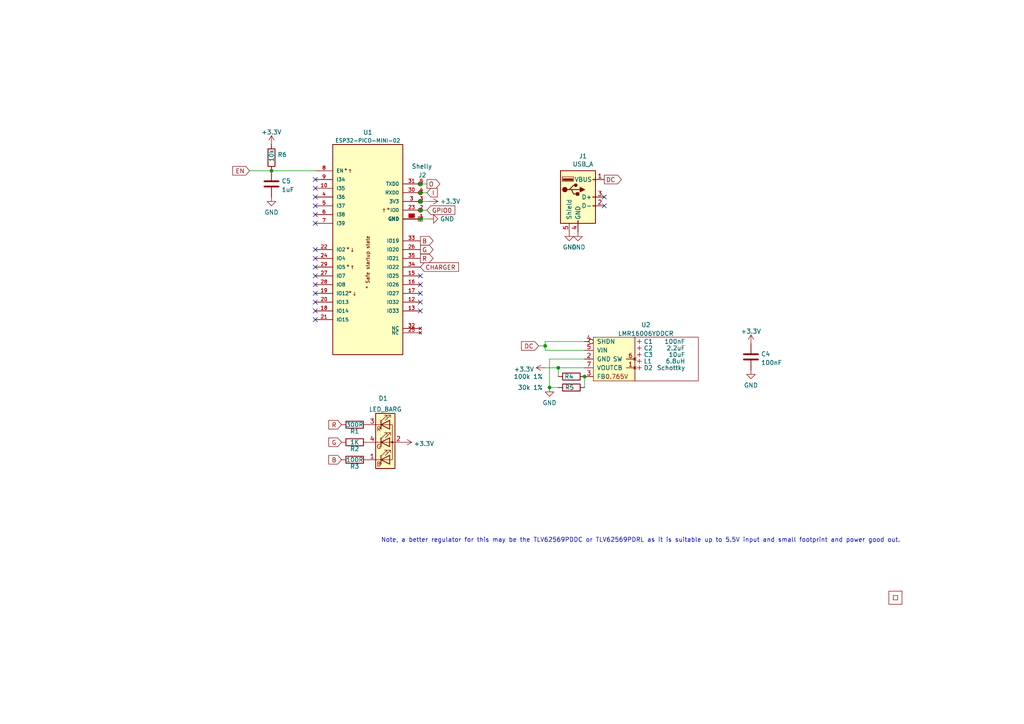
<source format=kicad_sch>
(kicad_sch (version 20230121) (generator eeschema)
  (paper "A4")
  (title_block (title "Generic ESP32 USB-A") (date "${DATE}") (rev "1") (comment 1 "@TheRealRevK") (comment 2 "www.me.uk"))
  (lib_symbols
    (symbol "Connector:USB_A" (pin_names (offset 1.016))
      (property "Reference" "J" (at -5.08 11.43 0))
      (property "Value" "USB_A" (at -5.08 8.89 0))
      (symbol "USB_A_0_1"
        (rectangle (start -5.08 -7.62) (end 5.08 7.62) (stroke (width 0.254)) (fill (type background)))
        (circle (center -3.81 2.159) (radius 0.635) (stroke (width 0.254)) (fill (type outline)))
        (rectangle (start -1.524 4.826) (end -4.318 5.334) (fill (type outline)))
        (rectangle (start -1.27 4.572) (end -4.572 5.842))
        (circle (center -0.635 3.429) (radius 0.381) (stroke (width 0.254)) (fill (type outline)))
        (rectangle (start -0.127 -7.62) (end 0.127 -6.858))
        (polyline (pts (xy -3.175 2.159) (xy -2.54 2.159) (xy -1.27 3.429) (xy -0.635 3.429)) (stroke (width 0.254)))
        (polyline (pts (xy -2.54 2.159) (xy -1.905 2.159) (xy -1.27 0.889) (xy 0 0.889)) (stroke (width 0.254)))
        (polyline (pts (xy 0.635 2.794) (xy 0.635 1.524) (xy 1.905 2.159) (xy 0.635 2.794)) (stroke (width 0.254)) (fill (type outline)))
        (rectangle (start 0.254 1.27) (end -0.508 0.508) (stroke (width 0.254)) (fill (type outline)))
        (rectangle (start 5.08 -2.667) (end 4.318 -2.413))
        (rectangle (start 5.08 -0.127) (end 4.318 0.127))
        (rectangle (start 5.08 4.953) (end 4.318 5.207))
      )
      (symbol "USB_A_1_1"
        (polyline (pts (xy -1.905 2.159) (xy 0.635 2.159)) (stroke (width 0.254)))
        (pin power_in line (at 7.62 5.08 180) (length 2.54) (name "VBUS") (number "1"))
        (pin bidirectional line (at 7.62 -2.54 180) (length 2.54) (name "D-") (number "2"))
        (pin bidirectional line (at 7.62 0 180) (length 2.54) (name "D+") (number "3"))
        (pin power_in line (at 0 -10.16 90) (length 2.54) (name "GND") (number "4"))
        (pin passive line (at -2.54 -10.16 90) (length 2.54) (name "Shield") (number "5"))
      )
    )
    (symbol "Device:C" (pin_numbers hide) (pin_names (offset 0.254))
      (property "Reference" "C" (at 0.635 2.54 0))
      (property "Value" "C" (at 0.635 -2.54 0))
      (symbol "C_0_1"
        (polyline (pts (xy -2.032 -0.762) (xy 2.032 -0.762)) (stroke (width 0.508)))
        (polyline (pts (xy -2.032 0.762) (xy 2.032 0.762)) (stroke (width 0.508)))
      )
      (symbol "C_1_1"
        (pin passive line (at 0 3.81 270) (length 2.794) (name "~") (number "1"))
        (pin passive line (at 0 -3.81 90) (length 2.794) (name "~") (number "2"))
      )
    )
    (symbol "Device:LED_BARG" (pin_names (offset 0) hide)
      (property "Reference" "D" (at 0 9.398 0))
      (property "Value" "LED_BARG" (at 0 -8.89 0))
      (symbol "LED_BARG_0_0"
        (text "B" (at -1.905 -6.35 0) (effects (font (size 1.27 1.27))))
        (text "G" (at -1.905 -1.27 0) (effects (font (size 1.27 1.27))))
        (text "R" (at -1.905 3.81 0) (effects (font (size 1.27 1.27))))
      )
      (symbol "LED_BARG_0_1"
        (polyline (pts (xy -1.27 -5.08) (xy -2.54 -5.08)))
        (polyline (pts (xy -1.27 -5.08) (xy 1.27 -5.08)))
        (polyline (pts (xy -1.27 -3.81) (xy -1.27 -6.35)) (stroke (width 0.254)))
        (polyline (pts (xy -1.27 0) (xy -2.54 0)))
        (polyline (pts (xy -1.27 1.27) (xy -1.27 -1.27)) (stroke (width 0.254)))
        (polyline (pts (xy -1.27 5.08) (xy -2.54 5.08)))
        (polyline (pts (xy -1.27 5.08) (xy 1.27 5.08)))
        (polyline (pts (xy -1.27 6.35) (xy -1.27 3.81)) (stroke (width 0.254)))
        (polyline (pts (xy 1.27 0) (xy -1.27 0)))
        (polyline (pts (xy 1.27 0) (xy 2.54 0)))
        (polyline (pts (xy -1.27 1.27) (xy -1.27 -1.27) (xy -1.27 -1.27)))
        (polyline (pts (xy -1.27 6.35) (xy -1.27 3.81) (xy -1.27 3.81)))
        (polyline (pts (xy 1.27 -5.08) (xy 2.032 -5.08) (xy 2.032 5.08) (xy 1.27 5.08)))
        (polyline (pts (xy 1.27 -3.81) (xy 1.27 -6.35) (xy -1.27 -5.08) (xy 1.27 -3.81)) (stroke (width 0.254)))
        (polyline (pts (xy 1.27 1.27) (xy 1.27 -1.27) (xy -1.27 0) (xy 1.27 1.27)) (stroke (width 0.254)))
        (polyline (pts (xy 1.27 6.35) (xy 1.27 3.81) (xy -1.27 5.08) (xy 1.27 6.35)) (stroke (width 0.254)))
        (polyline (pts (xy -1.016 -3.81) (xy 0.508 -2.286) (xy -0.254 -2.286) (xy 0.508 -2.286) (xy 0.508 -3.048)))
        (polyline (pts (xy -1.016 1.27) (xy 0.508 2.794) (xy -0.254 2.794) (xy 0.508 2.794) (xy 0.508 2.032)))
        (polyline (pts (xy -1.016 6.35) (xy 0.508 7.874) (xy -0.254 7.874) (xy 0.508 7.874) (xy 0.508 7.112)))
        (polyline (pts (xy 0 -3.81) (xy 1.524 -2.286) (xy 0.762 -2.286) (xy 1.524 -2.286) (xy 1.524 -3.048)))
        (polyline (pts (xy 0 1.27) (xy 1.524 2.794) (xy 0.762 2.794) (xy 1.524 2.794) (xy 1.524 2.032)))
        (polyline (pts (xy 0 6.35) (xy 1.524 7.874) (xy 0.762 7.874) (xy 1.524 7.874) (xy 1.524 7.112)))
        (rectangle (start 1.27 -1.27) (end 1.27 1.27))
        (rectangle (start 1.27 1.27) (end 1.27 1.27))
        (rectangle (start 1.27 3.81) (end 1.27 6.35))
        (rectangle (start 1.27 6.35) (end 1.27 6.35))
        (circle (center 2.032 0) (radius 0.254) (fill (type outline)))
        (rectangle (start 2.794 8.382) (end -2.794 -7.62) (stroke (width 0.254)) (fill (type background)))
      )
      (symbol "LED_BARG_1_1"
        (pin passive line (at -5.08 -5.08 0) (length 2.54) (name "BK") (number "1"))
        (pin passive line (at 5.08 0 180) (length 2.54) (name "A") (number "2"))
        (pin passive line (at -5.08 5.08 0) (length 2.54) (name "RK") (number "3"))
        (pin passive line (at -5.08 0 0) (length 2.54) (name "GK") (number "4"))
      )
    )
    (symbol "Device:R" (pin_numbers hide) (pin_names (offset 0))
      (property "Reference" "R" (at 2.032 0 90))
      (property "Value" "R" (at 0 0 90))
      (symbol "R_0_1"
        (rectangle (start -1.016 -2.54) (end 1.016 2.54) (stroke (width 0.254)))
      )
      (symbol "R_1_1"
        (pin passive line (at 0 3.81 270) (length 1.27) (name "~") (number "1"))
        (pin passive line (at 0 -3.81 90) (length 1.27) (name "~") (number "2"))
      )
    )
    (symbol "GND_5" (power) (pin_names (offset 0))
      (property "Value" "GND_5" (at 0 -3.81 0))
      (symbol "GND_5_0_1"
        (polyline (pts (xy 0 0) (xy 0 -1.27) (xy 1.27 -1.27) (xy 0 -2.54) (xy -1.27 -1.27) (xy 0 -1.27)))
      )
      (symbol "GND_5_1_1"
        (pin power_in line (at 0 0 270) (length 0) hide (name "GND") (number "1"))
      )
    )
    (symbol "RevK:ESP32-PICO-MINI-02" (pin_names (offset 1.016))
      (property "Reference" "U" (at -10.16 -33.02 0))
      (property "Value" "ESP32-PICO-MINI-02" (at 0 27.94 0))
      (symbol "ESP32-PICO-MINI-02_0_0"
        (rectangle (start -10.16 -30.48) (end 10.16 30.48) (stroke (width 0.254)) (fill (type background)))
        (text "* Safe startup state" (at 0 -11.43 900) (effects (font (size 1 1)) (justify left)))
        (text "*↑" (at -6.985 22.86 0) (effects (font (size 1.27 1.27)) (justify left)))
        (text "*↑" (at -6.35 -5.08 0) (effects (font (size 1.27 1.27)) (justify left)))
        (text "*↓" (at -6.35 0 0) (effects (font (size 1.27 1.27)) (justify left)))
        (text "*↓" (at -5.715 -12.7 0) (effects (font (size 1.27 1.27)) (justify left)))
        (text "↑*" (at 3.81 11.43 0) (effects (font (size 1.27 1.27)) (justify left)))
        (pin power_in line (at 15.24 8.89 180) (length 5.08) (name "GND") (number "1"))
        (pin input line (at -15.24 17.78 0) (length 5.08) (name "I35") (number "10"))
        (pin power_in line (at 15.24 8.89 180) (length 5.08) (name "GND") (number "11"))
        (pin bidirectional line (at 15.24 -15.24 180) (length 5.08) (name "IO32") (number "12"))
        (pin bidirectional line (at 15.24 -17.78 180) (length 5.08) (name "IO33") (number "13"))
        (pin power_in line (at 15.24 8.89 180) (length 5.08) (name "GND") (number "14"))
        (pin bidirectional line (at 15.24 -7.62 180) (length 5.08) (name "IO25") (number "15"))
        (pin bidirectional line (at 15.24 -10.16 180) (length 5.08) (name "IO26") (number "16"))
        (pin bidirectional line (at 15.24 -12.7 180) (length 5.08) (name "IO27") (number "17"))
        (pin bidirectional line (at -15.24 -17.78 0) (length 5.08) (name "IO14") (number "18"))
        (pin bidirectional line (at -15.24 -12.7 0) (length 5.08) (name "IO12") (number "19"))
        (pin power_in line (at 15.24 8.89 180) (length 5.08) (name "GND") (number "2"))
        (pin bidirectional line (at -15.24 -15.24 0) (length 5.08) (name "IO13") (number "20"))
        (pin bidirectional line (at -15.24 -20.32 0) (length 5.08) (name "IO15") (number "21"))
        (pin bidirectional line (at -15.24 0 0) (length 5.08) (name "IO2") (number "22"))
        (pin bidirectional line (at 15.24 11.43 180) (length 5.08) (name "IO0") (number "23"))
        (pin bidirectional line (at -15.24 -2.54 0) (length 5.08) (name "IO4") (number "24"))
        (pin no_connect line (at 15.24 -24.13 180) (length 5.08) (name "NC") (number "25"))
        (pin bidirectional line (at 15.24 0 180) (length 5.08) (name "IO20") (number "26"))
        (pin bidirectional line (at -15.24 -7.62 0) (length 5.08) (name "IO7") (number "27"))
        (pin bidirectional line (at -15.24 -10.16 0) (length 5.08) (name "IO8") (number "28"))
        (pin bidirectional line (at -15.24 -5.08 0) (length 5.08) (name "IO5") (number "29"))
        (pin power_in line (at 15.24 13.97 180) (length 5.08) (name "3V3") (number "3"))
        (pin bidirectional line (at 15.24 16.51 180) (length 5.08) (name "RXD0") (number "30"))
        (pin bidirectional line (at 15.24 19.05 180) (length 5.08) (name "TXD0") (number "31"))
        (pin no_connect line (at 15.24 -22.86 180) (length 5.08) (name "NC") (number "32"))
        (pin bidirectional line (at 15.24 2.54 180) (length 5.08) (name "IO19") (number "33"))
        (pin bidirectional line (at 15.24 -5.08 180) (length 5.08) (name "IO22") (number "34"))
        (pin bidirectional line (at 15.24 -2.54 180) (length 5.08) (name "IO21") (number "35"))
        (pin power_in line (at 15.24 8.89 180) (length 5.08) (name "GND") (number "36"))
        (pin power_in line (at 15.24 8.89 180) (length 5.08) (name "GND") (number "37"))
        (pin power_in line (at 15.24 8.89 180) (length 5.08) (name "GND") (number "38"))
        (pin power_in line (at 15.24 8.89 180) (length 5.08) (name "GND") (number "39"))
        (pin input line (at -15.24 15.24 0) (length 5.08) (name "I36") (number "4"))
        (pin power_in line (at 15.24 8.89 180) (length 5.08) (name "GND") (number "40"))
        (pin power_in line (at 15.24 8.89 180) (length 5.08) (name "GND") (number "41"))
        (pin power_in line (at 15.24 8.89 180) (length 5.08) (name "GND") (number "42"))
        (pin power_in line (at 15.24 8.89 180) (length 5.08) (name "GND") (number "43"))
        (pin power_in line (at 15.24 8.89 180) (length 5.08) (name "GND") (number "44"))
        (pin power_in line (at 15.24 8.89 180) (length 5.08) (name "GND") (number "45"))
        (pin power_in line (at 15.24 8.89 180) (length 5.08) (name "GND") (number "46"))
        (pin power_in line (at 15.24 8.89 180) (length 5.08) (name "GND") (number "47"))
        (pin power_in line (at 15.24 8.89 180) (length 5.08) (name "GND") (number "48"))
        (pin power_in line (at 15.24 8.89 180) (length 5.08) (name "GND") (number "49"))
        (pin input line (at -15.24 12.7 0) (length 5.08) (name "I37") (number "5"))
        (pin power_in line (at 15.24 8.89 180) (length 5.08) (name "GND") (number "50"))
        (pin power_in line (at 15.24 8.89 180) (length 5.08) (name "GND") (number "51"))
        (pin power_in line (at 15.24 8.89 180) (length 5.08) (name "GND") (number "52"))
        (pin power_in line (at 15.24 8.89 180) (length 5.08) (name "GND") (number "53"))
        (pin input line (at -15.24 10.16 0) (length 5.08) (name "I38") (number "6"))
        (pin input line (at -15.24 7.62 0) (length 5.08) (name "I39") (number "7"))
        (pin input line (at -15.24 22.86 0) (length 5.08) (name "EN") (number "8"))
        (pin input line (at -15.24 20.32 0) (length 5.08) (name "I34") (number "9"))
      )
    )
    (symbol "RevK:Hidden" (pin_names (offset 1.016))
      (property "Reference" "Z" (at 0.635 0 0))
      (property "Value" "Hidden" (at 4.445 0 0))
      (symbol "Hidden_0_1"
        (polyline (pts (xy -0.635 0) (xy 0.635 0)) (stroke (width 0.1524)))
        (polyline (pts (xy 0 0.635) (xy 0 -0.635)) (stroke (width 0.1524)))
      )
      (symbol "Hidden_1_1"
        (pin no_connect non_logic (at 0 -2.54 90) (length 2.54) hide (name "~") (number "~"))
      )
    )
    (symbol "RevK:LMR16006XDDCR" (pin_names (offset 1.016))
      (property "Reference" "U" (at 11.43 2.54 0))
      (property "Value" "LMR16006XDDCR" (at 7.62 -12.7 0))
      (symbol "LMR16006XDDCR_0_0"
        (rectangle (start 2.54 1.27) (end 14.605 -11.43) (fill (type background)))
        (text "0.765V" (at 12.7 -10.16 0) (effects (font (size 1.27 1.27)) (justify right)))
      )
      (symbol "LMR16006XDDCR_0_1"
        (rectangle (start 14.605 1.27) (end 33.02 -11.43))
      )
      (symbol "LMR16006XDDCR_1_1"
        (pin no_connect line (at 14.605 -7.62 180) (length 2.54) (name "CB") (number "1"))
        (pin power_in line (at 0 -5.08 0) (length 2.54) (name "GND") (number "2"))
        (pin passive line (at 0 -10.16 0) (length 2.54) (name "FB") (number "3"))
        (pin input inverted (at 0 0 0) (length 2.54) (name "SHDN") (number "4"))
        (pin power_in line (at 0 -2.54 0) (length 2.54) (name "VIN") (number "5"))
        (pin no_connect line (at 14.605 -5.08 180) (length 2.54) (name "SW") (number "6"))
        (pin power_out line (at 0 -7.62 0) (length 2.54) (name "VOUT") (number "7"))
      )
    )
    (symbol "RevK:QR" (pin_names (offset 1.016)) (in_bom no)
      (symbol "QR_0_1"
        (rectangle (start -1.905 -1.905) (end -1.905 1.905))
        (rectangle (start -1.905 1.905) (end 1.905 1.905))
        (rectangle (start -0.635 -0.635) (end -0.635 0.635))
        (rectangle (start -0.635 0.635) (end 0.635 0.635))
        (rectangle (start 0.635 -0.635) (end -0.635 -0.635))
        (rectangle (start 0.635 0.635) (end 0.635 -0.635))
        (rectangle (start 1.905 -1.905) (end -1.905 -1.905))
        (rectangle (start 1.905 1.905) (end 1.905 -1.905))
      )
    )
    (symbol "RevK:Shelly" (in_bom no)
      (property "Reference" "J" (at 2.54 -8.255 0))
      (property "Value" "Shelly" (at 2.54 9.525 0))
      (symbol "Shelly_0_1"
        (circle (center 0 -2.54) (radius 0.635) (stroke (width 0.1524)))
        (circle (center 0 0) (radius 0.635) (stroke (width 0.1524)))
        (circle (center 0 2.54) (radius 0.635) (stroke (width 0.1524)))
        (circle (center 0 5.08) (radius 0.635) (stroke (width 0.1524)))
        (rectangle (start 0.635 -5.715) (end -0.635 -4.445) (stroke (width 0.1524)))
      )
      (symbol "Shelly_1_1"
        (pin passive line (at 0 -5.08 0) (length 0.64) (name "GND") (number "1"))
        (pin passive line (at 0 -2.54 0) (length 0.64) (name "0") (number "2"))
        (pin passive line (at 0 0 0) (length 0.64) (name "3V3") (number "3"))
        (pin passive line (at 0 2.54 0) (length 0.64) (name "Rx") (number "4"))
        (pin passive line (at 0 5.08 0) (length 0.64) (name "Tx") (number "5"))
      )
    )
    (symbol "power:+3.3V" (power) (pin_names (offset 0))
      (property "Value" "+3.3V" (at 0 3.556 0))
      (symbol "+3.3V_0_1"
        (polyline (pts (xy -0.762 1.27) (xy 0 2.54)))
        (polyline (pts (xy 0 0) (xy 0 2.54)))
        (polyline (pts (xy 0 2.54) (xy 0.762 1.27)))
      )
      (symbol "+3.3V_1_1"
        (pin power_in line (at 0 0 90) (length 0) hide (name "+3.3V") (number "1"))
      )
    )
    (symbol "power:GND" (power) (pin_names (offset 0))
      (property "Value" "GND" (at 0 -3.81 0))
      (symbol "GND_0_1"
        (polyline (pts (xy 0 0) (xy 0 -1.27) (xy 1.27 -1.27) (xy 0 -2.54) (xy -1.27 -1.27) (xy 0 -1.27)))
      )
      (symbol "GND_1_1"
        (pin power_in line (at 0 0 270) (length 0) hide (name "GND") (number "1"))
      )
    )
  )
  (junction (at 161.925 106.68))
  (junction (at 121.92 58.42))
  (junction (at 78.74 49.53))
  (junction (at 121.92 53.34))
  (junction (at 158.115 100.33))
  (junction (at 169.545 109.22))
  (junction (at 121.92 60.96))
  (junction (at 121.92 55.88))
  (junction (at 159.385 112.395))
  (junction (at 121.92 63.5))
  (no_connect (at 121.92 80.01))
  (no_connect (at 91.44 90.17))
  (no_connect (at 175.26 57.15))
  (no_connect (at 91.44 87.63))
  (no_connect (at 91.44 92.71))
  (no_connect (at 91.44 77.47))
  (no_connect (at 91.44 74.93))
  (no_connect (at 121.92 87.63))
  (no_connect (at 91.44 82.55))
  (no_connect (at 91.44 52.07))
  (no_connect (at 91.44 59.69))
  (no_connect (at 91.44 62.23))
  (no_connect (at 91.44 64.77))
  (no_connect (at 91.44 80.01))
  (no_connect (at 121.92 85.09))
  (no_connect (at 121.92 82.55))
  (no_connect (at 121.92 90.17))
  (no_connect (at 91.44 54.61))
  (no_connect (at 91.44 85.09))
  (no_connect (at 91.44 57.15))
  (no_connect (at 175.26 59.69))
  (no_connect (at 91.44 72.39))
  (wire (pts (xy 121.92 60.96) (xy 123.825 60.96)))
  (wire (pts (xy 156.21 100.33) (xy 158.115 100.33)))
  (wire (pts (xy 121.92 63.5) (xy 124.46 63.5)))
  (wire (pts (xy 161.925 112.395) (xy 159.385 112.395)))
  (wire (pts (xy 158.115 100.33) (xy 158.115 101.6)))
  (wire (pts (xy 159.385 112.395) (xy 159.385 104.14)))
  (wire (pts (xy 121.92 58.42) (xy 124.46 58.42)))
  (wire (pts (xy 169.545 109.22) (xy 169.545 112.395)))
  (wire (pts (xy 78.74 49.53) (xy 91.44 49.53)))
  (wire (pts (xy 72.39 49.53) (xy 78.74 49.53)))
  (wire (pts (xy 158.115 106.68) (xy 161.925 106.68)))
  (wire (pts (xy 158.115 101.6) (xy 169.545 101.6)))
  (wire (pts (xy 159.385 104.14) (xy 169.545 104.14)))
  (wire (pts (xy 158.115 99.06) (xy 169.545 99.06)))
  (wire (pts (xy 158.115 99.06) (xy 158.115 100.33)))
  (wire (pts (xy 121.92 53.34) (xy 123.825 53.34)))
  (wire (pts (xy 121.92 55.88) (xy 123.825 55.88)))
  (wire (pts (xy 161.925 106.68) (xy 169.545 106.68)))
  (wire (pts (xy 161.925 109.22) (xy 161.925 106.68)))
  (text "Note, a better regulator for this may be the TLV62569PDDC or TLV62569PDRL as it is suitable up to 5.5V input and small footprint and power good out." (at 110.49 157.48 0) (effects (font (size 1.27 1.27)) (justify left bottom)))
  (global_label "G" (shape input) (at 99.06 128.27 180) (property "Intersheetrefs" "${INTERSHEET_REFS}" (effects hide)))
  (global_label "G" (shape output) (at 121.92 72.39 0) (property "Intersheetrefs" "${INTERSHEET_REFS}" (effects hide)))
  (global_label "EN" (shape input) (at 72.39 49.53 180) (property "Intersheetrefs" "${INTERSHEET_REFS}" (effects hide)))
  (global_label "R" (shape output) (at 121.92 74.93 0) (property "Intersheetrefs" "${INTERSHEET_REFS}" (effects hide)))
  (global_label "R" (shape input) (at 99.06 123.19 180) (property "Intersheetrefs" "${INTERSHEET_REFS}" (effects hide)))
  (global_label "CHARGER" (shape input) (at 121.92 77.47 0) (property "Intersheetrefs" "${INTERSHEET_REFS}" (effects hide)))
  (global_label "O" (shape output) (at 123.825 53.34 0) (property "Intersheetrefs" "${INTERSHEET_REFS}" (effects hide)))
  (global_label "GPIO0" (shape input) (at 123.825 60.96 0) (property "Intersheetrefs" "${INTERSHEET_REFS}" (effects hide)))
  (global_label "DC" (shape output) (at 175.26 52.07 0) (property "Intersheetrefs" "${INTERSHEET_REFS}" (effects hide)))
  (global_label "B" (shape input) (at 99.06 133.35 180) (property "Intersheetrefs" "${INTERSHEET_REFS}" (effects hide)))
  (global_label "DC" (shape input) (at 156.21 100.33 180) (property "Intersheetrefs" "${INTERSHEET_REFS}" (effects hide)))
  (global_label "B" (shape output) (at 121.92 69.85 0) (property "Intersheetrefs" "${INTERSHEET_REFS}" (effects hide)))
  (global_label "I" (shape input) (at 123.825 55.88 0) (property "Intersheetrefs" "${INTERSHEET_REFS}" (effects hide)))
  (symbol (lib_id "Connector:USB_A") (at 167.64 57.15 0) (unit 1) (in_bom no)
    (property "Reference" "J1" (at 169.0878 45.2882 0))
    (property "Value" "USB_A" (at 169.0878 47.5996 0))
    (property "Footprint" "RevK:USB-A-PCB" (effects hide))
    (property "Datasheet" " ~" (effects hide))
  )
  (symbol (lib_id "power:GND") (at 165.1 67.31 0) (unit 1)
    (property "Reference" "#PWR06" (effects hide))
    (property "Value" "GND" (at 165.227 71.7042 0))
  )
  (symbol (lib_id "power:GND") (at 167.64 67.31 0) (unit 1)
    (property "Reference" "#PWR07" (effects hide))
    (property "Value" "GND" (at 167.767 71.7042 0))
  )
  (symbol (lib_id "RevK:QR") (at 259.715 173.355 0) (unit 1) (in_bom no)
    (property "Reference" "U4" (effects hide))
    (property "Value" "QR" (effects hide))
    (property "Footprint" "RevK:QR-GENERIC" (effects hide))
    (property "Note" "Non part, PCB printed" (effects hide))
  )
  (symbol (lib_id "Device:LED_BARG") (at 111.76 128.27 0) (unit 1)
    (property "Reference" "D1" (at 111.125 115.5532 0))
    (property "Value" "LED_BARG" (at 111.76 118.7251 0))
    (property "Footprint" "RevK:MHS190RGBCT" (effects hide))
    (property "LCSC Part #" "C409798" (effects hide))
  )
  (symbol (lib_id "power:+3.3V") (at 158.115 106.68 90) (unit 1)
    (property "Reference" "#PWR0107" (effects hide))
    (property "Value" "+3.3V" (at 154.94 107.1138 90) (effects (justify left)))
  )
  (symbol (lib_id "power:+3.3V") (at 217.805 99.695 0) (unit 1)
    (property "Reference" "#PWR0106" (effects hide))
    (property "Value" "+3.3V" (at 217.805 96.1192 0))
  )
  (symbol (lib_id "power:+3.3V") (at 116.84 128.27 270) (unit 1)
    (property "Reference" "#PWR0108" (effects hide))
    (property "Value" "+3.3V" (at 120.015 128.7038 90) (effects (justify left)))
  )
  (symbol (lib_id "Device:R") (at 102.87 133.35 270) (unit 1)
    (property "Reference" "R3" (at 102.87 135.255 90))
    (property "Value" "100R" (at 102.87 133.35 90))
    (property "Footprint" "RevK:R_0603" (effects hide))
    (property "Part No" "0603-220R" (effects hide))
  )
  (symbol (lib_id "RevK:Hidden") (at 185.42 102.87 0) (unit 1)
    (property "Reference" "C3" (at 186.69 102.87 0) (effects (justify left)))
    (property "Value" "10uF" (at 198.755 102.87 0) (effects (justify right)))
    (property "Footprint" "RevK:C_0805_" (effects hide))
    (property "LCSC Part #" "C17024" (effects hide))
  )
  (symbol (lib_id "RevK:Hidden") (at 185.42 100.965 0) (unit 1)
    (property "Reference" "C2" (at 186.69 100.965 0) (effects (justify left)))
    (property "Value" "2.2uF" (at 198.755 100.965 0) (effects (justify right)))
    (property "Footprint" "RevK:C_0805_" (effects hide))
    (property "LCSC Part #" "C19110" (effects hide))
  )
  (symbol (lib_id "Device:R") (at 78.74 45.72 0) (unit 1)
    (property "Reference" "R6" (at 80.518 44.8853 0) (effects (justify left)))
    (property "Value" "10k" (at 78.74 46.99 90) (effects (justify left)))
    (property "Footprint" "RevK:R_0603" (effects hide))
  )
  (symbol (lib_id "power:+3.3V") (at 78.74 41.91 0) (unit 1)
    (property "Reference" "#PWR0103" (effects hide))
    (property "Value" "+3.3V" (at 78.74 38.3342 0))
  )
  (symbol (lib_id "RevK:Shelly") (at 121.92 58.42 0) (unit 1) (in_bom no)
    (property "Reference" "J2" (at 121.285 50.8 0) (effects (justify left)))
    (property "Value" "Shelly" (at 119.38 48.26 0) (effects (justify left)))
    (property "Footprint" "RevK:Shelly" (effects hide))
  )
  (symbol (lib_id "power:GND") (at 124.46 63.5 90) (unit 1)
    (property "Reference" "#PWR0102" (effects hide))
    (property "Value" "GND" (at 127.635 63.5 90) (effects (justify right)))
  )
  (symbol (lib_id "RevK:ESP32-PICO-MINI-02") (at 106.68 72.39 0) (unit 1)
    (property "Reference" "U1" (at 106.68 38.3998 0))
    (property "Value" "ESP32-PICO-MINI-02" (at 106.68 40.7839 0) (effects (font (size 1.1 1.1))))
    (property "Footprint" "RevK:ESP32-PICO-MINI-02" (effects hide))
    (property "MANUFACTURER" "Espressif" (effects hide))
    (property "MAXIMUM_PACKAGE_HEIGHT" "2.55mm" (effects hide))
    (property "PARTREV" "v1.0" (effects hide))
    (property "STANDARD" "Manufacturer Recommendations" (effects hide))
    (property "LCSC Part #" "C2980306" (effects hide))
    (property "JLCPCB Rotation Offset" "180" (effects hide))
  )
  (symbol (lib_id "Device:R") (at 165.735 112.395 90) (unit 1)
    (property "Reference" "R5" (at 163.83 112.395 90) (effects (justify right)))
    (property "Value" "30k 1%" (at 157.48 112.395 90) (effects (justify left)))
    (property "Footprint" "RevK:R_0603" (effects hide))
    (property "LCSC Part #" "C100001" (effects hide))
  )
  (symbol (lib_id "Device:R") (at 165.735 109.22 90) (unit 1)
    (property "Reference" "R4" (at 166.37 109.22 90) (effects (justify left)))
    (property "Value" "100k 1%" (at 157.48 109.22 90) (effects (justify left)))
    (property "Footprint" "RevK:R_0603" (effects hide))
    (property "LCSC Part #" "C14675" (effects hide))
  )
  (symbol (lib_id "Device:R") (at 102.87 123.19 270) (unit 1)
    (property "Reference" "R1" (at 102.87 125.095 90))
    (property "Value" "300R" (at 102.87 123.19 90))
    (property "Footprint" "RevK:R_0603" (effects hide))
    (property "Part No" "0603-680R" (effects hide))
  )
  (symbol (lib_id "power:GND") (at 217.805 107.315 0) (unit 1)
    (property "Reference" "#PWR0105" (effects hide))
    (property "Value" "GND" (at 217.805 111.7584 0))
  )
  (symbol (lib_id "RevK:Hidden") (at 185.42 99.06 0) (unit 1)
    (property "Reference" "C1" (at 186.69 99.06 0) (effects (justify left)))
    (property "Value" "100nF" (at 198.755 99.06 0) (effects (justify right)))
    (property "Footprint" "RevK:C_0603_" (effects hide))
    (property "Note" "X7R or X5R 0603" (effects hide))
    (property "LCSC Part #" "C30926" (effects hide))
  )
  (symbol (lib_id "RevK:Hidden") (at 185.42 106.68 0) (unit 1)
    (property "Reference" "D2" (at 186.69 106.68 0) (effects (justify left)))
    (property "Value" "Schottky" (at 198.755 106.68 0) (effects (justify right)))
    (property "Footprint" "RevK:D_1206_" (effects hide))
    (property "Datasheet" "https://www.mouser.co.uk/datasheet/2/54/CD1206-B220_B2100-777245.pdf" (effects hide))
    (property "Manufacturer" "Bourns" (effects hide))
    (property "LCSC Part #" "C143805" (effects hide))
    (property "JLCPCB Rotation Offset" "0" (effects hide))
  )
  (symbol (lib_id "Device:C") (at 78.74 53.34 180) (unit 1)
    (property "Reference" "C5" (at 81.661 52.5053 0) (effects (justify right)))
    (property "Value" "1uF" (at 81.661 55.0422 0) (effects (justify right)))
    (property "Footprint" "RevK:C_0603" (effects hide))
    (property "Part No" "0603-10nF-50V" (effects hide))
  )
  (symbol (lib_id "Device:C") (at 217.805 103.505 0) (unit 1)
    (property "Reference" "C4" (at 220.726 102.6703 0) (effects (justify left)))
    (property "Value" "100nF" (at 220.726 105.2072 0) (effects (justify left)))
    (property "Footprint" "RevK:C_0603" (effects hide))
    (property "Part No" "0603-100nF-25V" (effects hide))
  )
  (symbol (lib_id "RevK:LMR16006XDDCR") (at 169.545 99.06 0) (unit 1)
    (property "Reference" "U2" (at 187.325 94.2172 0))
    (property "Value" "LMR16006YDDCR" (at 187.325 96.7541 0))
    (property "Footprint" "RevK:SOT-23-Thin-6-Reg" (effects hide))
    (property "Manufacturer" "TI" (effects hide))
    (property "Part No" "LMR16006YDDCR" (effects hide))
    (property "LCSC Part #" "C290195" (effects hide))
    (property "JLCPCB Rotation Offset" "180" (effects hide))
  )
  (symbol (lib_id "Device:R") (at 102.87 128.27 270) (unit 1)
    (property "Reference" "R2" (at 102.87 130.175 90))
    (property "Value" "1K" (at 102.87 128.27 90))
    (property "Footprint" "RevK:R_0603" (effects hide))
    (property "Part No" "0603-2K" (effects hide))
  )
  (symbol (lib_name "GND_5") (lib_id "power:GND") (at 159.385 112.395 0) (unit 1)
    (property "Reference" "#PWR0104" (effects hide))
    (property "Value" "GND" (at 159.385 116.8384 0))
  )
  (symbol (lib_id "power:GND") (at 78.74 57.15 0) (unit 1)
    (property "Reference" "#PWR0110" (effects hide))
    (property "Value" "GND" (at 78.74 61.5934 0))
  )
  (symbol (lib_id "power:+3.3V") (at 124.46 58.42 270) (unit 1)
    (property "Reference" "#PWR0101" (effects hide))
    (property "Value" "+3.3V" (at 127.635 58.42 90) (effects (justify left)))
  )
  (symbol (lib_id "RevK:Hidden") (at 185.42 104.775 0) (unit 1)
    (property "Reference" "L1" (at 186.69 104.775 0) (effects (justify left)))
    (property "Value" "6.8uH" (at 198.755 104.775 0) (effects (justify right)))
    (property "Footprint" "RevK:L_4x4_" (effects hide))
    (property "LCSC Part #" "C354575" (effects hide))
  )
)
</source>
